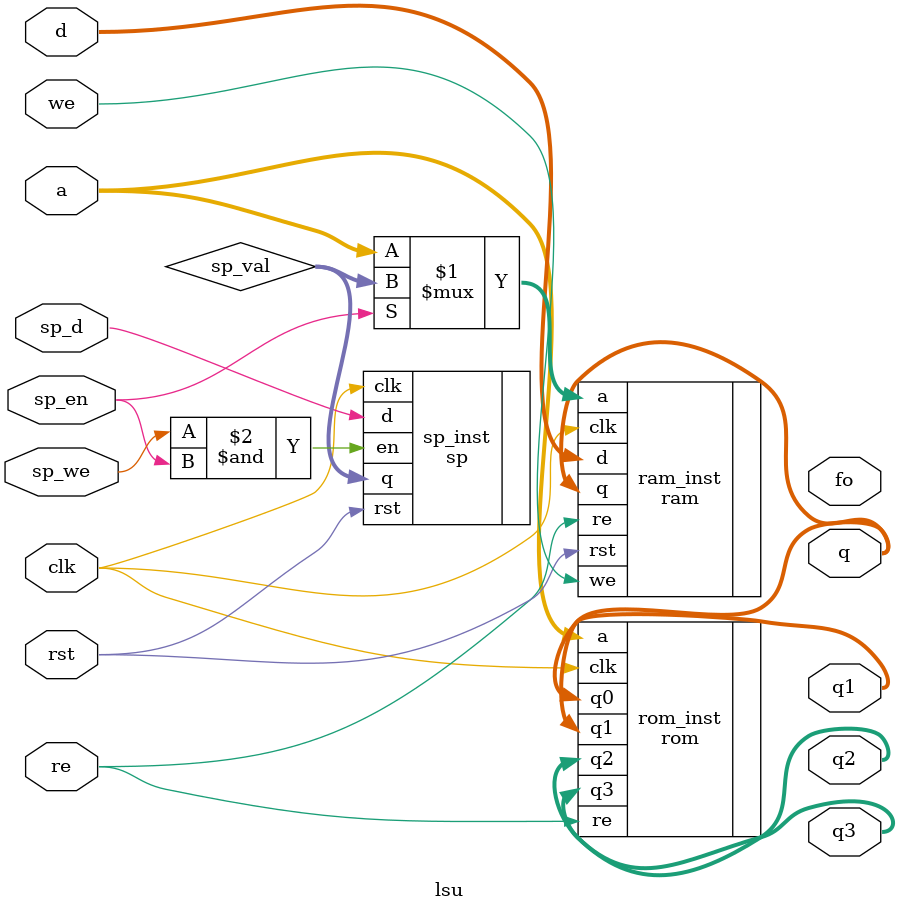
<source format=v>
`include "ram/ram.v"
`include "rom/rom.v"
`include "sp/sp.v"

module lsu
(
    input[7:0] d,
    input[15:0] a,
    
    input clk, rst,

    input sp_d, sp_we, sp_en,

    input re, we, 

    output[7:0] q, q1, q2, q3, 
    output[7:0] fo
);

    wire[15:0] sp_val;

ram ram_inst
(
    .d(d),
    .a(sp_en ? sp_val : a),
    .re(re),
    .we(we),
    .clk(clk),
    .rst(rst),
    .q(q)
);

rom rom_inst
(
    .a(a),
    .re(re),
    .clk(clk),
    .q0(q),
    .q1(q1),
    .q2(q2),
    .q3(q3)
);

sp sp_inst
(
    .d(sp_d),
    .en(sp_we & sp_en),
    .clk(clk),
    .rst(rst),
    .q(sp_val)
);

    always @(posedge clk)
    begin
        
    end


endmodule
</source>
